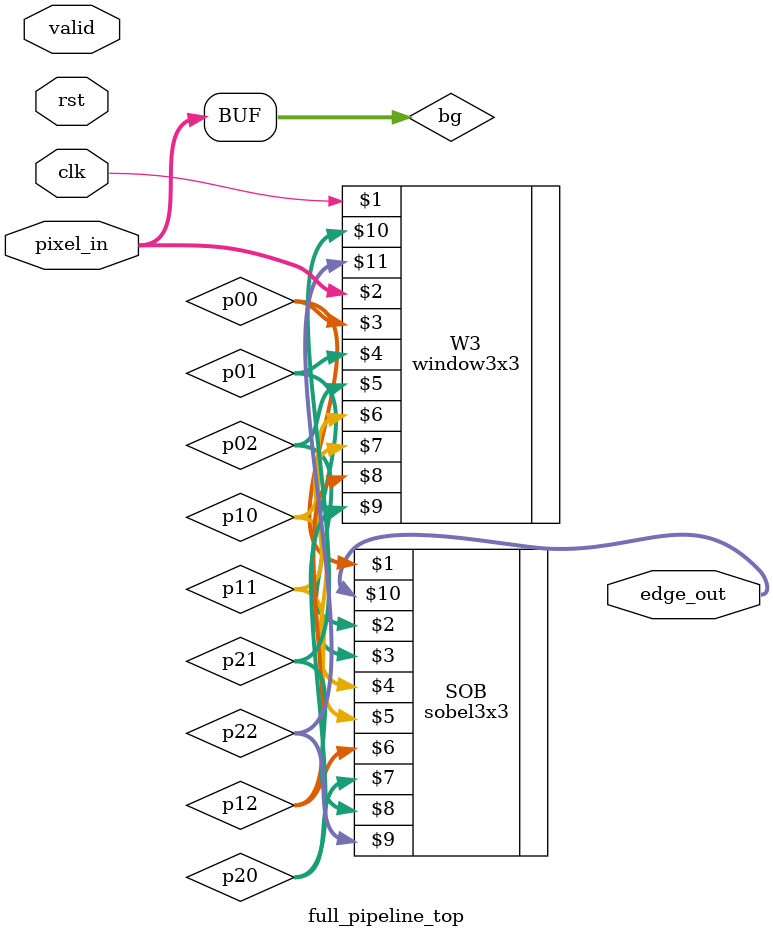
<source format=v>
module full_pipeline_top #(parameter W=3124)(
    input clk,
    input rst,
    input valid,
    input [7:0] pixel_in,
    output [7:0] edge_out
);

wire [7:0] bg;
assign bg = pixel_in;

wire [7:0] p00,p01,p02,p10,p11,p12,p20,p21,p22;

window3x3 #(W) W3(clk,bg,p00,p01,p02,p10,p11,p12,p20,p21,p22);
sobel3x3 SOB(p00,p01,p02,p10,p11,p12,p20,p21,p22,edge_out);

endmodule

</source>
